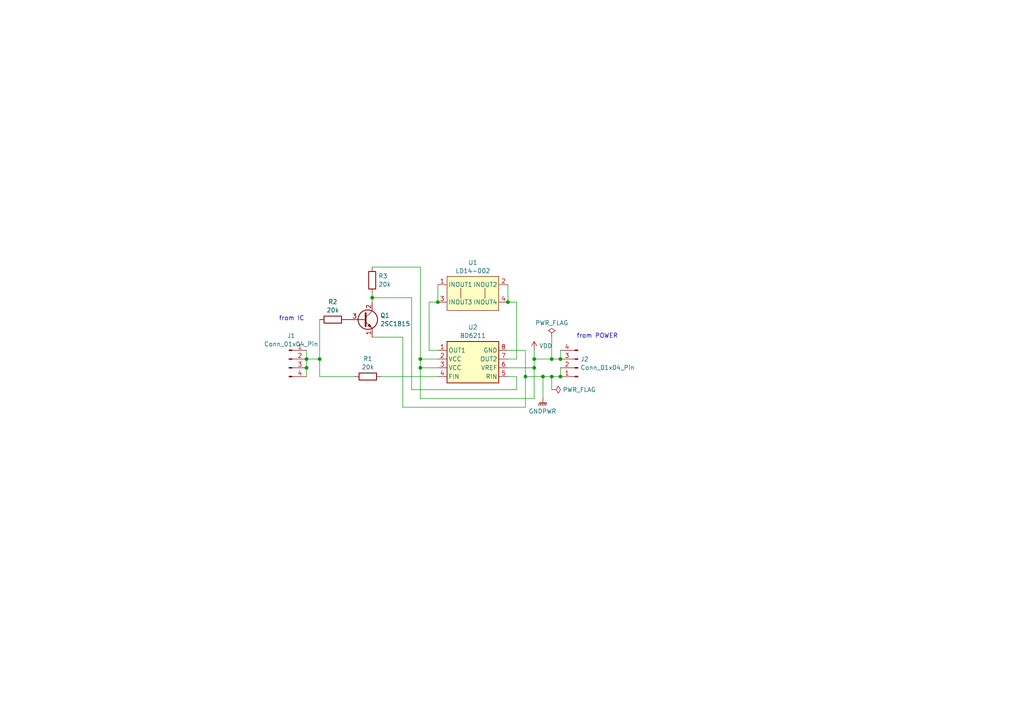
<source format=kicad_sch>
(kicad_sch (version 20231120) (generator "eeschema") (generator_version "8.0")
  (paper "A4")
  (lib_symbols
    (symbol "Connector:Conn_01x04_Pin" (pin_names (offset 1.016) hide)
      (property "Reference" "J" (at 0 5.08 0))
      (property "Value" "Conn_01x04_Pin" (at 0 -7.62 0))
      (symbol "Conn_01x04_Pin_1_1"
        (polyline (pts (xy 1.27 -5.08) (xy 0.8636 -5.08)) (stroke (width 0.1524)))
        (polyline (pts (xy 1.27 -2.54) (xy 0.8636 -2.54)) (stroke (width 0.1524)))
        (polyline (pts (xy 1.27 0) (xy 0.8636 0)) (stroke (width 0.1524)))
        (polyline (pts (xy 1.27 2.54) (xy 0.8636 2.54)) (stroke (width 0.1524)))
        (rectangle (start 0.8636 -4.953) (end 0 -5.207) (stroke (width 0.1524)) (fill (type outline)))
        (rectangle (start 0.8636 -2.413) (end 0 -2.667) (stroke (width 0.1524)) (fill (type outline)))
        (rectangle (start 0.8636 0.127) (end 0 -0.127) (stroke (width 0.1524)) (fill (type outline)))
        (rectangle (start 0.8636 2.667) (end 0 2.413) (stroke (width 0.1524)) (fill (type outline)))
        (pin passive line (at 5.08 2.54 180) (length 3.81) (name "Pin_1") (number "1"))
        (pin passive line (at 5.08 0 180) (length 3.81) (name "Pin_2") (number "2"))
        (pin passive line (at 5.08 -2.54 180) (length 3.81) (name "Pin_3") (number "3"))
        (pin passive line (at 5.08 -5.08 180) (length 3.81) (name "Pin_4") (number "4"))
      )
    )
    (symbol "Device:R" (pin_numbers hide) (pin_names (offset 0))
      (property "Reference" "R" (at 2.032 0 90))
      (property "Value" "R" (at 0 0 90))
      (symbol "R_0_1"
        (rectangle (start -1.016 -2.54) (end 1.016 2.54) (stroke (width 0.254)))
      )
      (symbol "R_1_1"
        (pin passive line (at 0 3.81 270) (length 1.27) (name "~") (number "1"))
        (pin passive line (at 0 -3.81 90) (length 1.27) (name "~") (number "2"))
      )
    )
    (symbol "LT_Driver_Motor:BD6211"
      (property "Reference" "U" (at 0 3.175 0))
      (property "Value" "BD6211" (at 0 1.27 0))
      (symbol "BD6211_1_1"
        (rectangle (start -7.5 0) (end 7.5 -12) (stroke (width 0.254)) (fill (type background)))
        (pin output line (at -10.16 -2.54 0) (length 2.54) (name "OUT1") (number "1"))
        (pin power_in line (at -10.16 -5.08 0) (length 2.54) (name "VCC") (number "2"))
        (pin power_in line (at -10.16 -7.62 0) (length 2.54) (name "VCC") (number "3"))
        (pin input line (at -10.16 -10.16 0) (length 2.54) (name "FIN") (number "4"))
        (pin input line (at 10.16 -10.16 180) (length 2.54) (name "RIN") (number "5"))
        (pin power_in line (at 10.16 -7.62 180) (length 2.54) (name "VREF") (number "6"))
        (pin output line (at 10.16 -5.08 180) (length 2.54) (name "OUT2") (number "7"))
        (pin power_in line (at 10.16 -2.54 180) (length 2.54) (name "GND") (number "8"))
      )
    )
    (symbol "LT_Vibration_Actuator:LD14-002"
      (property "Reference" "U" (at 0 5.715 0))
      (property "Value" "LD14-002" (at 0 3.81 0))
      (symbol "LD14-002_0_1"
        (polyline (pts (xy -3.5 -1) (xy -3.5 -4)))
        (polyline (pts (xy 3.5 -1) (xy 3.5 -4)))
      )
      (symbol "LD14-002_1_1"
        (polyline (pts (xy -7.5 2.38) (xy 7.5 2.38) (xy 7.5 -7.5) (xy -7.5 -7.5) (xy -7.5 2.38)) (fill (type background)))
        (pin bidirectional line (at -10.16 0 0) (length 2.54) (name "INOUT1") (number "1"))
        (pin bidirectional line (at 10.16 0 180) (length 2.54) (name "INOUT2") (number "2"))
        (pin bidirectional line (at -10.16 -5.08 0) (length 2.54) (name "INOUT3") (number "3"))
        (pin bidirectional line (at 10.16 -5.08 180) (length 2.54) (name "INOUT4") (number "4"))
      )
    )
    (symbol "Transistor_BJT:2SC1815" (pin_names (offset 0) hide)
      (property "Reference" "Q" (at 5.08 1.905 0))
      (property "Value" "2SC1815" (at 5.08 0 0))
      (symbol "2SC1815_0_1"
        (polyline (pts (xy 0 0) (xy 0.508 0)))
        (polyline (pts (xy 0.635 0.635) (xy 2.54 2.54)))
        (polyline (pts (xy 0.635 -0.635) (xy 2.54 -2.54) (xy 2.54 -2.54)))
        (polyline (pts (xy 0.635 1.905) (xy 0.635 -1.905) (xy 0.635 -1.905)) (stroke (width 0.508)))
        (polyline (pts (xy 1.27 -1.778) (xy 1.778 -1.27) (xy 2.286 -2.286) (xy 1.27 -1.778) (xy 1.27 -1.778)) (fill (type outline)))
        (circle (center 1.27 0) (radius 2.8194) (stroke (width 0.254)))
      )
      (symbol "2SC1815_1_1"
        (pin passive line (at 2.54 -5.08 90) (length 2.54) (name "E") (number "1"))
        (pin passive line (at 2.54 5.08 270) (length 2.54) (name "C") (number "2"))
        (pin input line (at -5.08 0 0) (length 5.08) (name "B") (number "3"))
      )
    )
    (symbol "power:GNDPWR" (power) (pin_numbers hide) (pin_names (offset 0) hide)
      (property "Value" "GNDPWR" (at 0 -3.302 0))
      (symbol "GNDPWR_0_1"
        (polyline (pts (xy 0 -1.27) (xy 0 0)))
        (polyline (pts (xy -1.016 -1.27) (xy -1.27 -2.032) (xy -1.27 -2.032)) (stroke (width 0.2032)))
        (polyline (pts (xy -0.508 -1.27) (xy -0.762 -2.032) (xy -0.762 -2.032)) (stroke (width 0.2032)))
        (polyline (pts (xy 0 -1.27) (xy -0.254 -2.032) (xy -0.254 -2.032)) (stroke (width 0.2032)))
        (polyline (pts (xy 0.508 -1.27) (xy 0.254 -2.032) (xy 0.254 -2.032)) (stroke (width 0.2032)))
        (polyline (pts (xy 1.016 -1.27) (xy -1.016 -1.27) (xy -1.016 -1.27)) (stroke (width 0.2032)))
        (polyline (pts (xy 1.016 -1.27) (xy 0.762 -2.032) (xy 0.762 -2.032) (xy 0.762 -2.032)) (stroke (width 0.2032)))
      )
      (symbol "GNDPWR_1_1"
        (pin power_in line (at 0 0 270) (length 0) (name "~") (number "1"))
      )
    )
    (symbol "power:PWR_FLAG" (power) (pin_numbers hide) (pin_names (offset 0) hide)
      (property "Value" "PWR_FLAG" (at 0 3.81 0))
      (symbol "PWR_FLAG_0_0"
        (pin power_out line (at 0 0 90) (length 0) (name "~") (number "1"))
      )
      (symbol "PWR_FLAG_0_1"
        (polyline (pts (xy 0 0) (xy 0 1.27) (xy -1.016 1.905) (xy 0 2.54) (xy 1.016 1.905) (xy 0 1.27)))
      )
    )
    (symbol "power:VDD" (power) (pin_numbers hide) (pin_names (offset 0) hide)
      (property "Value" "VDD" (at 0 3.556 0))
      (symbol "VDD_0_1"
        (polyline (pts (xy -0.762 1.27) (xy 0 2.54)))
        (polyline (pts (xy 0 0) (xy 0 2.54)))
        (polyline (pts (xy 0 2.54) (xy 0.762 1.27)))
      )
      (symbol "VDD_1_1"
        (pin power_in line (at 0 0 90) (length 0) (name "~") (number "1"))
      )
    )
  )
  (junction (at 160.02 109.22))
  (junction (at 154.94 104.14))
  (junction (at 162.56 104.14))
  (junction (at 121.92 106.68))
  (junction (at 157.48 109.22))
  (junction (at 92.71 104.14))
  (junction (at 162.56 109.22))
  (junction (at 88.9 104.14))
  (junction (at 160.02 104.14))
  (junction (at 121.92 104.14))
  (junction (at 88.9 106.68))
  (junction (at 127 87.63))
  (junction (at 154.94 106.68))
  (junction (at 147.32 87.63))
  (junction (at 152.4 109.22))
  (junction (at 107.95 86.36))
  (wire (pts (xy 147.32 87.63) (xy 149.86 87.63)))
  (wire (pts (xy 154.94 104.14) (xy 160.02 104.14)))
  (wire (pts (xy 157.48 109.22) (xy 160.02 109.22)))
  (wire (pts (xy 124.46 101.6) (xy 127 101.6)))
  (wire (pts (xy 149.86 87.63) (xy 149.86 104.14)))
  (wire (pts (xy 121.92 106.68) (xy 121.92 115.57)))
  (wire (pts (xy 149.86 109.22) (xy 147.32 109.22)))
  (wire (pts (xy 162.56 106.68) (xy 162.56 109.22)))
  (wire (pts (xy 88.9 106.68) (xy 88.9 109.22)))
  (wire (pts (xy 92.71 104.14) (xy 88.9 104.14)))
  (wire (pts (xy 121.92 106.68) (xy 127 106.68)))
  (wire (pts (xy 147.32 106.68) (xy 154.94 106.68)))
  (wire (pts (xy 152.4 118.11) (xy 116.84 118.11)))
  (wire (pts (xy 160.02 104.14) (xy 162.56 104.14)))
  (wire (pts (xy 88.9 104.14) (xy 88.9 106.68)))
  (wire (pts (xy 107.95 85.09) (xy 107.95 86.36)))
  (wire (pts (xy 107.95 86.36) (xy 107.95 87.63)))
  (wire (pts (xy 157.48 109.22) (xy 157.48 115.57)))
  (wire (pts (xy 92.71 104.14) (xy 92.71 109.22)))
  (wire (pts (xy 127 82.55) (xy 127 87.63)))
  (wire (pts (xy 116.84 118.11) (xy 116.84 97.79)))
  (wire (pts (xy 147.32 104.14) (xy 149.86 104.14)))
  (wire (pts (xy 154.94 104.14) (xy 154.94 106.68)))
  (wire (pts (xy 92.71 109.22) (xy 102.87 109.22)))
  (wire (pts (xy 147.32 101.6) (xy 152.4 101.6)))
  (wire (pts (xy 154.94 106.68) (xy 154.94 115.57)))
  (wire (pts (xy 160.02 97.79) (xy 160.02 104.14)))
  (wire (pts (xy 107.95 77.47) (xy 121.92 77.47)))
  (wire (pts (xy 119.38 86.36) (xy 119.38 113.03)))
  (wire (pts (xy 154.94 101.6) (xy 154.94 104.14)))
  (wire (pts (xy 107.95 86.36) (xy 119.38 86.36)))
  (wire (pts (xy 152.4 109.22) (xy 157.48 109.22)))
  (wire (pts (xy 121.92 104.14) (xy 127 104.14)))
  (wire (pts (xy 119.38 113.03) (xy 149.86 113.03)))
  (wire (pts (xy 110.49 109.22) (xy 127 109.22)))
  (wire (pts (xy 107.95 97.79) (xy 116.84 97.79)))
  (wire (pts (xy 92.71 92.71) (xy 92.71 104.14)))
  (wire (pts (xy 88.9 101.6) (xy 88.9 104.14)))
  (wire (pts (xy 121.92 115.57) (xy 154.94 115.57)))
  (wire (pts (xy 152.4 109.22) (xy 152.4 118.11)))
  (wire (pts (xy 149.86 113.03) (xy 149.86 109.22)))
  (wire (pts (xy 160.02 109.22) (xy 160.02 113.03)))
  (wire (pts (xy 121.92 104.14) (xy 121.92 106.68)))
  (wire (pts (xy 127 87.63) (xy 124.46 87.63)))
  (wire (pts (xy 124.46 87.63) (xy 124.46 101.6)))
  (wire (pts (xy 147.32 82.55) (xy 147.32 87.63)))
  (wire (pts (xy 160.02 109.22) (xy 162.56 109.22)))
  (wire (pts (xy 152.4 101.6) (xy 152.4 109.22)))
  (wire (pts (xy 121.92 77.47) (xy 121.92 104.14)))
  (wire (pts (xy 162.56 101.6) (xy 162.56 104.14)))
  (text "from IC" (at 84.582 92.456 0) (effects (font (size 1.27 1.27))))
  (text "from POWER" (at 173.228 97.536 0) (effects (font (size 1.27 1.27))))
  (symbol (lib_id "Device:R") (at 96.52 92.71 90) (unit 1)
    (property "Reference" "R2" (at 96.52 87.5495 90))
    (property "Value" "20k" (at 96.52 89.9738 90))
    (property "Footprint" "Resistor_THT:R_Axial_DIN0204_L3.6mm_D1.6mm_P7.62mm_Horizontal" (effects (hide yes)))
    (property "Description" "Resistor" (effects (hide yes)))
  )
  (symbol (lib_id "power:PWR_FLAG") (at 160.02 113.03 270) (unit 1)
    (property "Reference" "#FLG02" (effects (hide yes)))
    (property "Value" "PWR_FLAG" (at 163.195 113.03 90) (effects (justify left)))
    (property "Description" "Special symbol for telling ERC where power comes from" (effects (hide yes)))
  )
  (symbol (lib_id "Device:R") (at 107.95 81.28 180) (unit 1)
    (property "Reference" "R3" (at 109.728 80.0678 0) (effects (justify right)))
    (property "Value" "20k" (at 109.728 82.4921 0) (effects (justify right)))
    (property "Footprint" "Resistor_THT:R_Axial_DIN0204_L3.6mm_D1.6mm_P7.62mm_Horizontal" (effects (hide yes)))
    (property "Description" "Resistor" (effects (hide yes)))
  )
  (symbol (lib_id "power:GNDPWR") (at 157.48 115.57 0) (unit 1)
    (property "Reference" "#PWR03" (effects (hide yes)))
    (property "Value" "GNDPWR" (at 157.353 119.2967 0))
    (property "Description" "Power symbol creates a global label with name \"GNDPWR\" , global ground" (effects (hide yes)))
  )
  (symbol (lib_id "Connector:Conn_01x04_Pin") (at 167.64 106.68 180) (unit 1)
    (property "Reference" "J2" (at 168.3512 104.1978 0) (effects (justify right)))
    (property "Value" "Conn_01x04_Pin" (at 168.3512 106.6221 0) (effects (justify right)))
    (property "Footprint" "Connector_PinHeader_2.54mm:PinHeader_1x04_P2.54mm_Vertical" (effects (hide yes)))
    (property "Description" "Generic connector, single row, 01x04, script generated" (effects (hide yes)))
  )
  (symbol (lib_id "Connector:Conn_01x04_Pin") (at 83.82 104.14 0) (unit 1)
    (property "Reference" "J1" (at 84.455 97.3793 0))
    (property "Value" "Conn_01x04_Pin" (at 84.455 99.8036 0))
    (property "Footprint" "Connector_PinHeader_2.54mm:PinHeader_1x04_P2.54mm_Vertical" (effects (hide yes)))
    (property "Description" "Generic connector, single row, 01x04, script generated" (effects (hide yes)))
  )
  (symbol (lib_id "power:PWR_FLAG") (at 160.02 97.79 0) (unit 1)
    (property "Reference" "#FLG01" (effects (hide yes)))
    (property "Value" "PWR_FLAG" (at 160.02 93.6569 0))
    (property "Description" "Special symbol for telling ERC where power comes from" (effects (hide yes)))
  )
  (symbol (lib_id "power:VDD") (at 154.94 101.6 0) (unit 1)
    (property "Reference" "#PWR01" (effects (hide yes)))
    (property "Value" "VDD" (at 156.337 100.33 0) (effects (justify left)))
    (property "Description" "Power symbol creates a global label with name \"VDD\"" (effects (hide yes)))
  )
  (symbol (lib_id "LT_Driver_Motor:BD6211") (at 137.16 99.06 0) (unit 1)
    (property "Reference" "U2" (at 137.16 94.9155 0))
    (property "Value" "BD6211" (at 137.16 97.3398 0))
    (property "Footprint" "Package_SO:SOP-8_5.28x5.23mm_P1.27mm" (effects (hide yes)))
    (property "Datasheet" "https://akizukidenshi.com/goodsaffix/bd621x-j.pdf" (effects (hide yes)))
  )
  (symbol (lib_id "Device:R") (at 106.68 109.22 270) (unit 1)
    (property "Reference" "R1" (at 106.68 104.0595 90))
    (property "Value" "20k" (at 106.68 106.4838 90))
    (property "Footprint" "Resistor_THT:R_Axial_DIN0204_L3.6mm_D1.6mm_P7.62mm_Horizontal" (effects (hide yes)))
    (property "Description" "Resistor" (effects (hide yes)))
  )
  (symbol (lib_id "Transistor_BJT:2SC1815") (at 105.41 92.71 0) (unit 1)
    (property "Reference" "Q1" (at 110.2614 91.4978 0) (effects (justify left)))
    (property "Value" "2SC1815" (at 110.2614 93.9221 0) (effects (justify left)))
    (property "Footprint" "Package_TO_SOT_THT:TO-92_Inline" (effects (hide yes)))
    (property "Datasheet" "https://media.digikey.com/pdf/Data%20Sheets/Toshiba%20PDFs/2SC1815.pdf" (effects (hide yes)))
    (property "Description" "0.15A Ic, 50V Vce, Low Noise Audio NPN Transistor, TO-92" (effects (hide yes)))
  )
  (symbol (lib_id "LT_Vibration_Actuator:LD14-002") (at 137.16 82.55 0) (unit 1)
    (property "Reference" "U1" (at 137.16 76.1525 0))
    (property "Value" "LD14-002" (at 137.16 78.5768 0))
    (property "Footprint" "LT_Vibration_Actuator:LD14-002" (effects (hide yes)))
    (property "Datasheet" "https://akizukidenshi.com/goodsaffix/LD14-002.png" (effects (hide yes)))
  )
)
</source>
